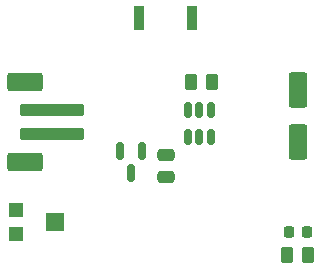
<source format=gbr>
%TF.GenerationSoftware,KiCad,Pcbnew,7.0.9*%
%TF.CreationDate,2024-03-14T14:21:26-06:00*%
%TF.ProjectId,cnft-tpl-esp32cam,636e6674-2d74-4706-9c2d-657370333263,rev?*%
%TF.SameCoordinates,Original*%
%TF.FileFunction,Paste,Top*%
%TF.FilePolarity,Positive*%
%FSLAX46Y46*%
G04 Gerber Fmt 4.6, Leading zero omitted, Abs format (unit mm)*
G04 Created by KiCad (PCBNEW 7.0.9) date 2024-03-14 14:21:26*
%MOMM*%
%LPD*%
G01*
G04 APERTURE LIST*
G04 Aperture macros list*
%AMRoundRect*
0 Rectangle with rounded corners*
0 $1 Rounding radius*
0 $2 $3 $4 $5 $6 $7 $8 $9 X,Y pos of 4 corners*
0 Add a 4 corners polygon primitive as box body*
4,1,4,$2,$3,$4,$5,$6,$7,$8,$9,$2,$3,0*
0 Add four circle primitives for the rounded corners*
1,1,$1+$1,$2,$3*
1,1,$1+$1,$4,$5*
1,1,$1+$1,$6,$7*
1,1,$1+$1,$8,$9*
0 Add four rect primitives between the rounded corners*
20,1,$1+$1,$2,$3,$4,$5,0*
20,1,$1+$1,$4,$5,$6,$7,0*
20,1,$1+$1,$6,$7,$8,$9,0*
20,1,$1+$1,$8,$9,$2,$3,0*%
G04 Aperture macros list end*
%ADD10R,0.900000X2.000000*%
%ADD11RoundRect,0.150000X-0.150000X0.587500X-0.150000X-0.587500X0.150000X-0.587500X0.150000X0.587500X0*%
%ADD12RoundRect,0.250000X-0.475000X0.250000X-0.475000X-0.250000X0.475000X-0.250000X0.475000X0.250000X0*%
%ADD13RoundRect,0.150000X0.150000X-0.512500X0.150000X0.512500X-0.150000X0.512500X-0.150000X-0.512500X0*%
%ADD14RoundRect,0.250000X2.500000X-0.250000X2.500000X0.250000X-2.500000X0.250000X-2.500000X-0.250000X0*%
%ADD15RoundRect,0.250000X1.250000X-0.550000X1.250000X0.550000X-1.250000X0.550000X-1.250000X-0.550000X0*%
%ADD16R,1.200000X1.200000*%
%ADD17R,1.500000X1.600000*%
%ADD18RoundRect,0.250000X-0.262500X-0.450000X0.262500X-0.450000X0.262500X0.450000X-0.262500X0.450000X0*%
%ADD19RoundRect,0.250000X0.262500X0.450000X-0.262500X0.450000X-0.262500X-0.450000X0.262500X-0.450000X0*%
%ADD20RoundRect,0.250000X-0.550000X1.250000X-0.550000X-1.250000X0.550000X-1.250000X0.550000X1.250000X0*%
%ADD21RoundRect,0.218750X-0.218750X-0.256250X0.218750X-0.256250X0.218750X0.256250X-0.218750X0.256250X0*%
G04 APERTURE END LIST*
D10*
%TO.C,SW1*%
X17378600Y49860200D03*
X12928600Y49860200D03*
%TD*%
D11*
%TO.C,U2*%
X13208000Y38608000D03*
X11308000Y38608000D03*
X12258000Y36733000D03*
%TD*%
D12*
%TO.C,C1*%
X15240000Y38275000D03*
X15240000Y36375000D03*
%TD*%
D13*
%TO.C,U1*%
X17084000Y39776400D03*
X18034000Y39776400D03*
X18984000Y39776400D03*
X18984000Y42051400D03*
X18034000Y42051400D03*
X17084000Y42051400D03*
%TD*%
D14*
%TO.C,J3*%
X5547400Y40031500D03*
X5547400Y42031500D03*
D15*
X3297400Y37631500D03*
X3297400Y44431500D03*
%TD*%
D16*
%TO.C,RV1*%
X2515800Y33562800D03*
D17*
X5765800Y32562800D03*
D16*
X2515800Y31562800D03*
%TD*%
D18*
%TO.C,R2*%
X25440500Y29743400D03*
X27265500Y29743400D03*
%TD*%
D19*
%TO.C,R1*%
X19137500Y44373800D03*
X17312500Y44373800D03*
%TD*%
D20*
%TO.C,C2*%
X26390600Y43719200D03*
X26390600Y39319200D03*
%TD*%
D21*
%TO.C,D1*%
X25603000Y31750000D03*
X27178000Y31750000D03*
%TD*%
M02*

</source>
